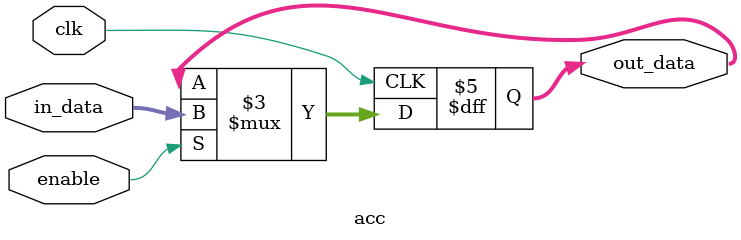
<source format=v>
`timescale 1ns / 1ps
module acc(
				input clk,
				input enable,
				input [15:0] in_data,
				output reg[15:0] out_data
				);
	 //reg [15:0]acc;
	always @(negedge clk)
	begin
		if (enable)
			out_data = in_data;
		else
			out_data = out_data;
	end

endmodule

</source>
